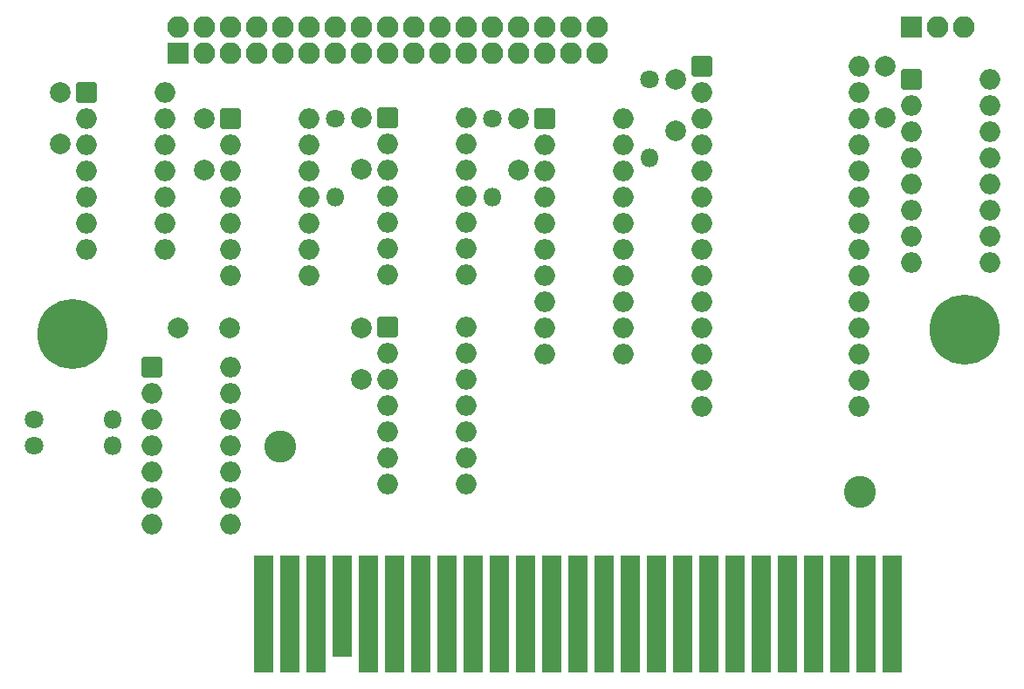
<source format=gbr>
%TF.GenerationSoftware,KiCad,Pcbnew,7.0.9*%
%TF.CreationDate,2024-01-06T19:35:49-03:00*%
%TF.ProjectId,HB3600-Cart,48423336-3030-42d4-9361-72742e6b6963,V1.0*%
%TF.SameCoordinates,Original*%
%TF.FileFunction,Soldermask,Top*%
%TF.FilePolarity,Negative*%
%FSLAX46Y46*%
G04 Gerber Fmt 4.6, Leading zero omitted, Abs format (unit mm)*
G04 Created by KiCad (PCBNEW 7.0.9) date 2024-01-06 19:35:49*
%MOMM*%
%LPD*%
G01*
G04 APERTURE LIST*
G04 Aperture macros list*
%AMRoundRect*
0 Rectangle with rounded corners*
0 $1 Rounding radius*
0 $2 $3 $4 $5 $6 $7 $8 $9 X,Y pos of 4 corners*
0 Add a 4 corners polygon primitive as box body*
4,1,4,$2,$3,$4,$5,$6,$7,$8,$9,$2,$3,0*
0 Add four circle primitives for the rounded corners*
1,1,$1+$1,$2,$3*
1,1,$1+$1,$4,$5*
1,1,$1+$1,$6,$7*
1,1,$1+$1,$8,$9*
0 Add four rect primitives between the rounded corners*
20,1,$1+$1,$2,$3,$4,$5,0*
20,1,$1+$1,$4,$5,$6,$7,0*
20,1,$1+$1,$6,$7,$8,$9,0*
20,1,$1+$1,$8,$9,$2,$3,0*%
G04 Aperture macros list end*
%ADD10RoundRect,0.200000X-0.750000X-5.500000X0.750000X-5.500000X0.750000X5.500000X-0.750000X5.500000X0*%
%ADD11RoundRect,0.200000X-0.750000X-4.750000X0.750000X-4.750000X0.750000X4.750000X-0.750000X4.750000X0*%
%ADD12C,2.000000*%
%ADD13C,1.800000*%
%ADD14O,1.800000X1.800000*%
%ADD15RoundRect,0.200000X-0.800000X-0.800000X0.800000X-0.800000X0.800000X0.800000X-0.800000X0.800000X0*%
%ADD16O,2.000000X2.000000*%
%ADD17C,3.100000*%
%ADD18RoundRect,0.200000X0.850000X-0.850000X0.850000X0.850000X-0.850000X0.850000X-0.850000X-0.850000X0*%
%ADD19O,2.100000X2.100000*%
%ADD20C,6.800000*%
G04 APERTURE END LIST*
D10*
%TO.C,P1*%
X213465600Y-147798000D03*
X210925600Y-147798000D03*
X208385600Y-147798000D03*
X205845600Y-147798000D03*
X203305600Y-147798000D03*
X200765600Y-147798000D03*
X198225600Y-147798000D03*
X195685600Y-147798000D03*
X193145600Y-147798000D03*
X190605600Y-147798000D03*
X188065600Y-147798000D03*
X185525600Y-147798000D03*
X182985600Y-147798000D03*
X180445600Y-147798000D03*
X177905600Y-147798000D03*
X175365600Y-147798000D03*
X172825600Y-147798000D03*
X170285600Y-147798000D03*
X167745600Y-147798000D03*
X165205600Y-147798000D03*
X162665600Y-147798000D03*
D11*
X160125600Y-147038000D03*
D10*
X157585600Y-147798000D03*
X155045600Y-147798000D03*
X152505600Y-147798000D03*
%TD*%
D12*
%TO.C,C5*%
X192459800Y-95880400D03*
X192459800Y-100880400D03*
%TD*%
D13*
%TO.C,R4*%
X130223450Y-128894050D03*
D14*
X137843450Y-128894050D03*
%TD*%
D15*
%TO.C,U7*%
X141659800Y-123820400D03*
D16*
X141659800Y-126360400D03*
X141659800Y-128900400D03*
X141659800Y-131440400D03*
X141659800Y-133980400D03*
X141659800Y-136520400D03*
X141659800Y-139060400D03*
X149279800Y-139060400D03*
X149279800Y-136520400D03*
X149279800Y-133980400D03*
X149279800Y-131440400D03*
X149279800Y-128900400D03*
X149279800Y-126360400D03*
X149279800Y-123820400D03*
%TD*%
D15*
%TO.C,U5*%
X194999800Y-94610400D03*
D16*
X194999800Y-97150400D03*
X194999800Y-99690400D03*
X194999800Y-102230400D03*
X194999800Y-104770400D03*
X194999800Y-107310400D03*
X194999800Y-109850400D03*
X194999800Y-112390400D03*
X194999800Y-114930400D03*
X194999800Y-117470400D03*
X194999800Y-120010400D03*
X194999800Y-122550400D03*
X194999800Y-125090400D03*
X194999800Y-127630400D03*
X210239800Y-127630400D03*
X210239800Y-125090400D03*
X210239800Y-122550400D03*
X210239800Y-120010400D03*
X210239800Y-117470400D03*
X210239800Y-114930400D03*
X210239800Y-112390400D03*
X210239800Y-109850400D03*
X210239800Y-107310400D03*
X210239800Y-104770400D03*
X210239800Y-102230400D03*
X210239800Y-99690400D03*
X210239800Y-97150400D03*
X210239800Y-94610400D03*
%TD*%
D13*
%TO.C,R1*%
X159439800Y-99690400D03*
D14*
X159439800Y-107310400D03*
%TD*%
D15*
%TO.C,U3*%
X164519800Y-99665000D03*
D16*
X164519800Y-102205000D03*
X164519800Y-104745000D03*
X164519800Y-107285000D03*
X164519800Y-109825000D03*
X164519800Y-112365000D03*
X164519800Y-114905000D03*
X172139800Y-114905000D03*
X172139800Y-112365000D03*
X172139800Y-109825000D03*
X172139800Y-107285000D03*
X172139800Y-104745000D03*
X172139800Y-102205000D03*
X172139800Y-99665000D03*
%TD*%
D12*
%TO.C,C2*%
X146739800Y-99690400D03*
X146739800Y-104690400D03*
%TD*%
%TO.C,C7*%
X149239800Y-120010400D03*
X144239800Y-120010400D03*
%TD*%
D13*
%TO.C,R3*%
X189970600Y-95880400D03*
D14*
X189970600Y-103500400D03*
%TD*%
D17*
%TO.C,HOLE3*%
X210385850Y-135929850D03*
%TD*%
D13*
%TO.C,R5*%
X130229800Y-131465800D03*
D14*
X137849800Y-131465800D03*
%TD*%
D15*
%TO.C,U1*%
X135309800Y-97150400D03*
D16*
X135309800Y-99690400D03*
X135309800Y-102230400D03*
X135309800Y-104770400D03*
X135309800Y-107310400D03*
X135309800Y-109850400D03*
X135309800Y-112390400D03*
X142929800Y-112390400D03*
X142929800Y-109850400D03*
X142929800Y-107310400D03*
X142929800Y-104770400D03*
X142929800Y-102230400D03*
X142929800Y-99690400D03*
X142929800Y-97150400D03*
%TD*%
D12*
%TO.C,C1*%
X132769800Y-97139600D03*
X132769800Y-102139600D03*
%TD*%
D15*
%TO.C,U4*%
X179759800Y-99690400D03*
D16*
X179759800Y-102230400D03*
X179759800Y-104770400D03*
X179759800Y-107310400D03*
X179759800Y-109850400D03*
X179759800Y-112390400D03*
X179759800Y-114930400D03*
X179759800Y-117470400D03*
X179759800Y-120010400D03*
X179759800Y-122550400D03*
X187379800Y-122550400D03*
X187379800Y-120010400D03*
X187379800Y-117470400D03*
X187379800Y-114930400D03*
X187379800Y-112390400D03*
X187379800Y-109850400D03*
X187379800Y-107310400D03*
X187379800Y-104770400D03*
X187379800Y-102230400D03*
X187379800Y-99690400D03*
%TD*%
D13*
%TO.C,R2*%
X174679800Y-99690400D03*
D14*
X174679800Y-107310400D03*
%TD*%
D18*
%TO.C,J1*%
X144199800Y-93340400D03*
D19*
X144199800Y-90800400D03*
X146739800Y-93340400D03*
X146739800Y-90800400D03*
X149279800Y-93340400D03*
X149279800Y-90800400D03*
X151819800Y-93340400D03*
X151819800Y-90800400D03*
X154359800Y-93340400D03*
X154359800Y-90800400D03*
X156899800Y-93340400D03*
X156899800Y-90800400D03*
X159439800Y-93340400D03*
X159439800Y-90800400D03*
X161979800Y-93340400D03*
X161979800Y-90800400D03*
X164519800Y-93340400D03*
X164519800Y-90800400D03*
X167059800Y-93340400D03*
X167059800Y-90800400D03*
X169599800Y-93340400D03*
X169599800Y-90800400D03*
X172139800Y-93340400D03*
X172139800Y-90800400D03*
X174679800Y-93340400D03*
X174679800Y-90800400D03*
X177219800Y-93340400D03*
X177219800Y-90800400D03*
X179759800Y-93340400D03*
X179759800Y-90800400D03*
X182299800Y-93340400D03*
X182299800Y-90800400D03*
X184839800Y-93340400D03*
X184839800Y-90800400D03*
%TD*%
D15*
%TO.C,U2*%
X149279800Y-99690400D03*
D16*
X149279800Y-102230400D03*
X149279800Y-104770400D03*
X149279800Y-107310400D03*
X149279800Y-109850400D03*
X149279800Y-112390400D03*
X149279800Y-114930400D03*
X156899800Y-114930400D03*
X156899800Y-112390400D03*
X156899800Y-109850400D03*
X156899800Y-107310400D03*
X156899800Y-104770400D03*
X156899800Y-102230400D03*
X156899800Y-99690400D03*
%TD*%
D17*
%TO.C,HOLE2*%
X154105800Y-131516600D03*
%TD*%
D15*
%TO.C,U6*%
X215319800Y-95880400D03*
D16*
X215319800Y-98420400D03*
X215319800Y-100960400D03*
X215319800Y-103500400D03*
X215319800Y-106040400D03*
X215319800Y-108580400D03*
X215319800Y-111120400D03*
X215319800Y-113660400D03*
X222939800Y-113660400D03*
X222939800Y-111120400D03*
X222939800Y-108580400D03*
X222939800Y-106040400D03*
X222939800Y-103500400D03*
X222939800Y-100960400D03*
X222939800Y-98420400D03*
X222939800Y-95880400D03*
%TD*%
D12*
%TO.C,C6*%
X212779800Y-94610400D03*
X212779800Y-99610400D03*
%TD*%
%TO.C,C4*%
X177215800Y-99690400D03*
X177215800Y-104690400D03*
%TD*%
D15*
%TO.C,U8*%
X164513450Y-119978650D03*
D16*
X164513450Y-122518650D03*
X164513450Y-125058650D03*
X164513450Y-127598650D03*
X164513450Y-130138650D03*
X164513450Y-132678650D03*
X164513450Y-135218650D03*
X172133450Y-135218650D03*
X172133450Y-132678650D03*
X172133450Y-130138650D03*
X172133450Y-127598650D03*
X172133450Y-125058650D03*
X172133450Y-122518650D03*
X172133450Y-119978650D03*
%TD*%
D18*
%TO.C,J2*%
X215313450Y-90794050D03*
D19*
X217853450Y-90794050D03*
X220393450Y-90794050D03*
%TD*%
D12*
%TO.C,C3*%
X161979800Y-99665000D03*
X161979800Y-104665000D03*
%TD*%
D20*
%TO.C,HOLE1*%
X133963600Y-120594600D03*
%TD*%
D12*
%TO.C,C8*%
X161973450Y-120004050D03*
X161973450Y-125004050D03*
%TD*%
D20*
%TO.C,HOLE4*%
X220545850Y-120207250D03*
%TD*%
M02*

</source>
